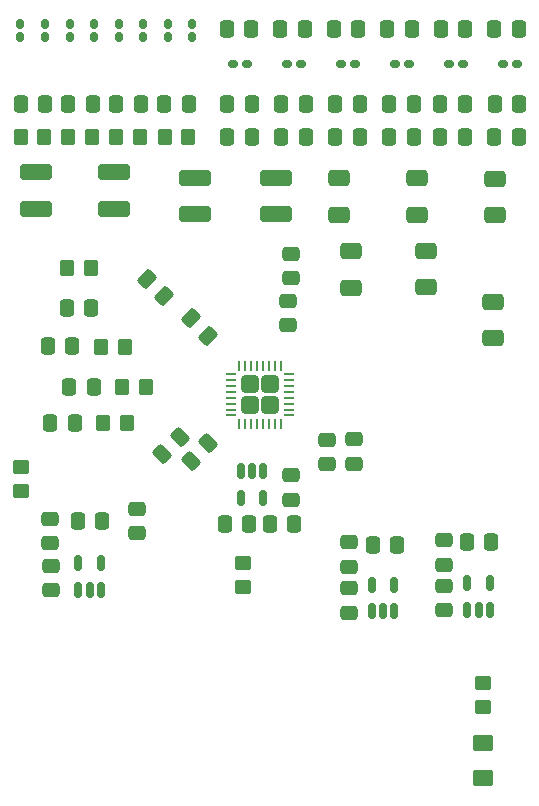
<source format=gbr>
%TF.GenerationSoftware,KiCad,Pcbnew,(6.0.11)*%
%TF.CreationDate,2023-02-04T17:29:26-05:00*%
%TF.ProjectId,tlv320aic3105_audio_board,746c7633-3230-4616-9963-333130355f61,rev?*%
%TF.SameCoordinates,Original*%
%TF.FileFunction,Paste,Top*%
%TF.FilePolarity,Positive*%
%FSLAX46Y46*%
G04 Gerber Fmt 4.6, Leading zero omitted, Abs format (unit mm)*
G04 Created by KiCad (PCBNEW (6.0.11)) date 2023-02-04 17:29:26*
%MOMM*%
%LPD*%
G01*
G04 APERTURE LIST*
G04 Aperture macros list*
%AMRoundRect*
0 Rectangle with rounded corners*
0 $1 Rounding radius*
0 $2 $3 $4 $5 $6 $7 $8 $9 X,Y pos of 4 corners*
0 Add a 4 corners polygon primitive as box body*
4,1,4,$2,$3,$4,$5,$6,$7,$8,$9,$2,$3,0*
0 Add four circle primitives for the rounded corners*
1,1,$1+$1,$2,$3*
1,1,$1+$1,$4,$5*
1,1,$1+$1,$6,$7*
1,1,$1+$1,$8,$9*
0 Add four rect primitives between the rounded corners*
20,1,$1+$1,$2,$3,$4,$5,0*
20,1,$1+$1,$4,$5,$6,$7,0*
20,1,$1+$1,$6,$7,$8,$9,0*
20,1,$1+$1,$8,$9,$2,$3,0*%
G04 Aperture macros list end*
%ADD10RoundRect,0.250000X-0.350000X-0.450000X0.350000X-0.450000X0.350000X0.450000X-0.350000X0.450000X0*%
%ADD11RoundRect,0.250000X0.475000X-0.337500X0.475000X0.337500X-0.475000X0.337500X-0.475000X-0.337500X0*%
%ADD12RoundRect,0.250000X0.450000X-0.350000X0.450000X0.350000X-0.450000X0.350000X-0.450000X-0.350000X0*%
%ADD13RoundRect,0.250000X-0.337500X-0.475000X0.337500X-0.475000X0.337500X0.475000X-0.337500X0.475000X0*%
%ADD14RoundRect,0.160000X-0.160000X0.222500X-0.160000X-0.222500X0.160000X-0.222500X0.160000X0.222500X0*%
%ADD15RoundRect,0.062500X0.337500X-0.062500X0.337500X0.062500X-0.337500X0.062500X-0.337500X-0.062500X0*%
%ADD16RoundRect,0.062500X0.062500X-0.337500X0.062500X0.337500X-0.062500X0.337500X-0.062500X-0.337500X0*%
%ADD17RoundRect,0.250000X0.480000X-0.480000X0.480000X0.480000X-0.480000X0.480000X-0.480000X-0.480000X0*%
%ADD18RoundRect,0.160000X-0.222500X-0.160000X0.222500X-0.160000X0.222500X0.160000X-0.222500X0.160000X0*%
%ADD19RoundRect,0.250000X0.337500X0.475000X-0.337500X0.475000X-0.337500X-0.475000X0.337500X-0.475000X0*%
%ADD20RoundRect,0.250000X-0.475000X0.337500X-0.475000X-0.337500X0.475000X-0.337500X0.475000X0.337500X0*%
%ADD21RoundRect,0.250000X-0.097227X0.574524X-0.574524X0.097227X0.097227X-0.574524X0.574524X-0.097227X0*%
%ADD22RoundRect,0.250000X-0.650000X0.412500X-0.650000X-0.412500X0.650000X-0.412500X0.650000X0.412500X0*%
%ADD23RoundRect,0.250000X1.100000X-0.412500X1.100000X0.412500X-1.100000X0.412500X-1.100000X-0.412500X0*%
%ADD24RoundRect,0.150000X0.150000X-0.512500X0.150000X0.512500X-0.150000X0.512500X-0.150000X-0.512500X0*%
%ADD25RoundRect,0.250000X0.350000X0.450000X-0.350000X0.450000X-0.350000X-0.450000X0.350000X-0.450000X0*%
%ADD26RoundRect,0.150000X-0.150000X0.512500X-0.150000X-0.512500X0.150000X-0.512500X0.150000X0.512500X0*%
%ADD27RoundRect,0.250000X-0.450000X0.350000X-0.450000X-0.350000X0.450000X-0.350000X0.450000X0.350000X0*%
%ADD28RoundRect,0.250000X-0.574524X-0.097227X-0.097227X-0.574524X0.574524X0.097227X0.097227X0.574524X0*%
%ADD29RoundRect,0.250000X0.574524X0.097227X0.097227X0.574524X-0.574524X-0.097227X-0.097227X-0.574524X0*%
%ADD30RoundRect,0.250001X-0.624999X0.462499X-0.624999X-0.462499X0.624999X-0.462499X0.624999X0.462499X0*%
G04 APERTURE END LIST*
D10*
%TO.C,R13*%
X86054500Y-55372000D03*
X88054500Y-55372000D03*
%TD*%
D11*
%TO.C,T\u002AC7*%
X104902000Y-67331500D03*
X104902000Y-65256500D03*
%TD*%
D12*
%TO.C,R3*%
X82042000Y-85328000D03*
X82042000Y-83328000D03*
%TD*%
D13*
%TO.C,C21*%
X122080000Y-55390000D03*
X124155000Y-55390000D03*
%TD*%
D14*
%TO.C,D34*%
X81980000Y-45807500D03*
X81980000Y-46952500D03*
%TD*%
D15*
%TO.C,U1*%
X99822000Y-78962000D03*
X99822000Y-78462000D03*
X99822000Y-77962000D03*
X99822000Y-77462000D03*
X99822000Y-76962000D03*
X99822000Y-76462000D03*
X99822000Y-75962000D03*
X99822000Y-75462000D03*
D16*
X100522000Y-74762000D03*
X101022000Y-74762000D03*
X101522000Y-74762000D03*
X102022000Y-74762000D03*
X102522000Y-74762000D03*
X103022000Y-74762000D03*
X103522000Y-74762000D03*
X104022000Y-74762000D03*
D15*
X104722000Y-75462000D03*
X104722000Y-75962000D03*
X104722000Y-76462000D03*
X104722000Y-76962000D03*
X104722000Y-77462000D03*
X104722000Y-77962000D03*
X104722000Y-78462000D03*
X104722000Y-78962000D03*
D16*
X104022000Y-79662000D03*
X103522000Y-79662000D03*
X103022000Y-79662000D03*
X102522000Y-79662000D03*
X102022000Y-79662000D03*
X101522000Y-79662000D03*
X101022000Y-79662000D03*
X100522000Y-79662000D03*
D17*
X101397000Y-78087000D03*
X101397000Y-76337000D03*
X103147000Y-78087000D03*
X103147000Y-76337000D03*
%TD*%
D14*
%TO.C,D29*%
X92387140Y-45807500D03*
X92387140Y-46952500D03*
%TD*%
D18*
%TO.C,D24*%
X109154164Y-49220000D03*
X110299164Y-49220000D03*
%TD*%
D11*
%TO.C,T\u002AC8*%
X104621000Y-71311000D03*
X104621000Y-69236000D03*
%TD*%
D18*
%TO.C,D22*%
X118303052Y-49220000D03*
X119448052Y-49220000D03*
%TD*%
D19*
%TO.C,T\u002AC3*%
X105177500Y-88138000D03*
X103102500Y-88138000D03*
%TD*%
D20*
%TO.C,T\u002AC10*%
X117840000Y-93392500D03*
X117840000Y-95467500D03*
%TD*%
D21*
%TO.C,T\u002AC5*%
X95475623Y-80800377D03*
X94008377Y-82267623D03*
%TD*%
D14*
%TO.C,D28*%
X94468568Y-45807500D03*
X94468568Y-46952500D03*
%TD*%
D18*
%TO.C,D26*%
X100005276Y-49220000D03*
X101150276Y-49220000D03*
%TD*%
D14*
%TO.C,D30*%
X90305712Y-45807500D03*
X90305712Y-46952500D03*
%TD*%
D22*
%TO.C,C4*%
X115525500Y-58850760D03*
X115525500Y-61975760D03*
%TD*%
D13*
%TO.C,R31*%
X122123000Y-52596000D03*
X124198000Y-52596000D03*
%TD*%
D19*
%TO.C,C17*%
X88188500Y-76575287D03*
X86113500Y-76575287D03*
%TD*%
D20*
%TO.C,T\u002AC13*%
X84534000Y-91702500D03*
X84534000Y-93777500D03*
%TD*%
D23*
%TO.C,C9*%
X89916000Y-61506740D03*
X89916000Y-58381740D03*
%TD*%
D13*
%TO.C,FB22*%
X117556100Y-46250000D03*
X119631100Y-46250000D03*
%TD*%
D11*
%TO.C,T\u002AC22*%
X109790000Y-91785000D03*
X109790000Y-89710000D03*
%TD*%
D24*
%TO.C,U21*%
X111710000Y-95557500D03*
X112660000Y-95557500D03*
X113610000Y-95557500D03*
X113610000Y-93282500D03*
X111710000Y-93282500D03*
%TD*%
D25*
%TO.C,R17*%
X92601000Y-76588145D03*
X90601000Y-76588145D03*
%TD*%
D14*
%TO.C,D32*%
X86142856Y-45807500D03*
X86142856Y-46952500D03*
%TD*%
D10*
%TO.C,R14*%
X84012000Y-55372000D03*
X82012000Y-55372000D03*
%TD*%
D14*
%TO.C,D31*%
X88224284Y-45807500D03*
X88224284Y-46952500D03*
%TD*%
D13*
%TO.C,R34*%
X108618000Y-52596000D03*
X110693000Y-52596000D03*
%TD*%
D18*
%TO.C,D23*%
X113728608Y-49220000D03*
X114873608Y-49220000D03*
%TD*%
D14*
%TO.C,D33*%
X84061428Y-45807500D03*
X84061428Y-46952500D03*
%TD*%
D13*
%TO.C,C23*%
X113190000Y-55390000D03*
X115265000Y-55390000D03*
%TD*%
D25*
%TO.C,R16*%
X90800000Y-73131429D03*
X88800000Y-73131429D03*
%TD*%
D20*
%TO.C,R29*%
X110236000Y-80983000D03*
X110236000Y-83058000D03*
%TD*%
D26*
%TO.C,U14*%
X102550000Y-83698500D03*
X101600000Y-83698500D03*
X100650000Y-83698500D03*
X100650000Y-85973500D03*
X102550000Y-85973500D03*
%TD*%
D22*
%TO.C,C5*%
X109960000Y-65020160D03*
X109960000Y-68145160D03*
%TD*%
D19*
%TO.C,C13*%
X88122000Y-52608000D03*
X86047000Y-52608000D03*
%TD*%
D11*
%TO.C,R27*%
X91862000Y-88921500D03*
X91862000Y-86846500D03*
%TD*%
D13*
%TO.C,FB23*%
X113029700Y-46250000D03*
X115104700Y-46250000D03*
%TD*%
D19*
%TO.C,C12*%
X92186000Y-52608000D03*
X90111000Y-52608000D03*
%TD*%
D13*
%TO.C,R33*%
X113190000Y-52596000D03*
X115265000Y-52596000D03*
%TD*%
D19*
%TO.C,C18*%
X86577500Y-79590000D03*
X84502500Y-79590000D03*
%TD*%
D13*
%TO.C,FB24*%
X108503300Y-46250000D03*
X110578300Y-46250000D03*
%TD*%
%TO.C,R32*%
X117508000Y-52596000D03*
X119583000Y-52596000D03*
%TD*%
D20*
%TO.C,R28*%
X107950000Y-81004500D03*
X107950000Y-83079500D03*
%TD*%
D19*
%TO.C,C15*%
X87988500Y-69831000D03*
X85913500Y-69831000D03*
%TD*%
D27*
%TO.C,R1*%
X121158000Y-101616000D03*
X121158000Y-103616000D03*
%TD*%
D18*
%TO.C,D25*%
X104579720Y-49220000D03*
X105724720Y-49220000D03*
%TD*%
D19*
%TO.C,T\u002AC15*%
X88921500Y-87890000D03*
X86846500Y-87890000D03*
%TD*%
D13*
%TO.C,FB21*%
X122082500Y-46250000D03*
X124157500Y-46250000D03*
%TD*%
D11*
%TO.C,T\u002AC9*%
X84484000Y-89777500D03*
X84484000Y-87702500D03*
%TD*%
D13*
%TO.C,C26*%
X99474000Y-55390000D03*
X101549000Y-55390000D03*
%TD*%
D22*
%TO.C,C3*%
X116360000Y-64998000D03*
X116360000Y-68123000D03*
%TD*%
D13*
%TO.C,C22*%
X117529500Y-55390000D03*
X119604500Y-55390000D03*
%TD*%
D19*
%TO.C,C14*%
X84079500Y-52608000D03*
X82004500Y-52608000D03*
%TD*%
D13*
%TO.C,C25*%
X104067500Y-55390000D03*
X106142500Y-55390000D03*
%TD*%
D21*
%TO.C,T\u002AC6*%
X97853623Y-81326377D03*
X96386377Y-82793623D03*
%TD*%
D22*
%TO.C,C2*%
X122202000Y-58902000D03*
X122202000Y-62027000D03*
%TD*%
%TO.C,C1*%
X122027849Y-69316000D03*
X122027849Y-72441000D03*
%TD*%
D24*
%TO.C,U18*%
X86884000Y-93727500D03*
X87834000Y-93727500D03*
X88784000Y-93727500D03*
X88784000Y-91452500D03*
X86884000Y-91452500D03*
%TD*%
D28*
%TO.C,T\u002AC11*%
X92706377Y-67416377D03*
X94173623Y-68883623D03*
%TD*%
D13*
%TO.C,C20*%
X99292500Y-88138000D03*
X101367500Y-88138000D03*
%TD*%
D19*
%TO.C,C16*%
X86387500Y-73110000D03*
X84312500Y-73110000D03*
%TD*%
%TO.C,T\u002AC16*%
X121847500Y-89690000D03*
X119772500Y-89690000D03*
%TD*%
D13*
%TO.C,FB25*%
X103976900Y-46250000D03*
X106051900Y-46250000D03*
%TD*%
D20*
%TO.C,T\u002AC4*%
X104902000Y-84012000D03*
X104902000Y-86087000D03*
%TD*%
D19*
%TO.C,C11*%
X96250000Y-52608000D03*
X94175000Y-52608000D03*
%TD*%
D25*
%TO.C,R18*%
X90990000Y-79594287D03*
X88990000Y-79594287D03*
%TD*%
D22*
%TO.C,C6*%
X108921500Y-58851000D03*
X108921500Y-61976000D03*
%TD*%
D23*
%TO.C,C8*%
X96774000Y-61941580D03*
X96774000Y-58816580D03*
%TD*%
D10*
%TO.C,R11*%
X96191000Y-55372000D03*
X94191000Y-55372000D03*
%TD*%
D13*
%TO.C,FB26*%
X99450500Y-46250000D03*
X101525500Y-46250000D03*
%TD*%
D29*
%TO.C,T\u002AC12*%
X97903623Y-72203623D03*
X96436377Y-70736377D03*
%TD*%
D13*
%TO.C,R35*%
X104067500Y-52596000D03*
X106142500Y-52596000D03*
%TD*%
%TO.C,R36*%
X99474000Y-52596000D03*
X101549000Y-52596000D03*
%TD*%
%TO.C,C24*%
X108639500Y-55390000D03*
X110714500Y-55390000D03*
%TD*%
D14*
%TO.C,D27*%
X96550000Y-45807500D03*
X96550000Y-46952500D03*
%TD*%
D13*
%TO.C,T\u002AC23*%
X111822500Y-89890000D03*
X113897500Y-89890000D03*
%TD*%
D24*
%TO.C,U33*%
X119824998Y-95444366D03*
X120774998Y-95444366D03*
X121724998Y-95444366D03*
X121724998Y-93169366D03*
X119824998Y-93169366D03*
%TD*%
D12*
%TO.C,R2*%
X100838000Y-93456000D03*
X100838000Y-91456000D03*
%TD*%
D23*
%TO.C,C7*%
X103632000Y-61941580D03*
X103632000Y-58816580D03*
%TD*%
D11*
%TO.C,T\u002AC14*%
X117864998Y-91606866D03*
X117864998Y-89531866D03*
%TD*%
D30*
%TO.C,D1*%
X121158000Y-106716500D03*
X121158000Y-109691500D03*
%TD*%
D20*
%TO.C,T\u002AC21*%
X109770000Y-93582500D03*
X109770000Y-95657500D03*
%TD*%
D25*
%TO.C,R15*%
X87921000Y-66471000D03*
X85921000Y-66471000D03*
%TD*%
D10*
%TO.C,R12*%
X92118500Y-55372000D03*
X90118500Y-55372000D03*
%TD*%
D18*
%TO.C,D21*%
X122877500Y-49170000D03*
X124022500Y-49170000D03*
%TD*%
D23*
%TO.C,C10*%
X83312000Y-61506740D03*
X83312000Y-58381740D03*
%TD*%
M02*

</source>
